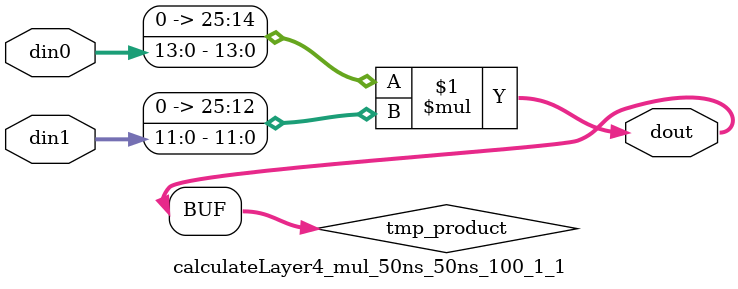
<source format=v>

`timescale 1 ns / 1 ps

  module calculateLayer4_mul_50ns_50ns_100_1_1(din0, din1, dout);
parameter ID = 1;
parameter NUM_STAGE = 0;
parameter din0_WIDTH = 14;
parameter din1_WIDTH = 12;
parameter dout_WIDTH = 26;

input [din0_WIDTH - 1 : 0] din0; 
input [din1_WIDTH - 1 : 0] din1; 
output [dout_WIDTH - 1 : 0] dout;

wire signed [dout_WIDTH - 1 : 0] tmp_product;










assign tmp_product = $signed({1'b0, din0}) * $signed({1'b0, din1});











assign dout = tmp_product;







endmodule

</source>
